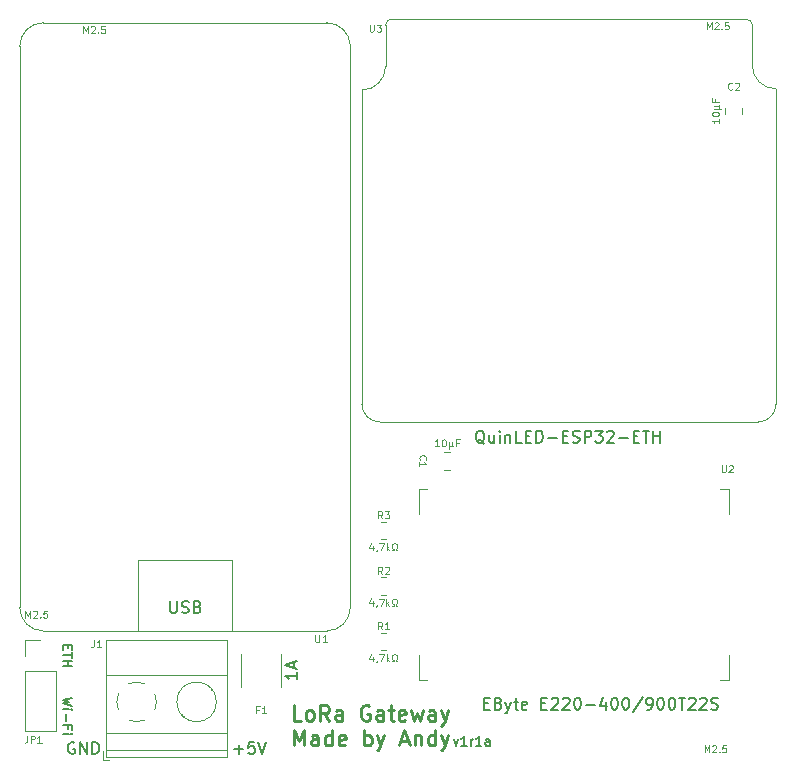
<source format=gto>
G04 #@! TF.GenerationSoftware,KiCad,Pcbnew,(6.0.2)*
G04 #@! TF.CreationDate,2022-09-28T01:41:44+02:00*
G04 #@! TF.ProjectId,LoRa-Gateway-E220,4c6f5261-2d47-4617-9465-7761792d4532,v1r1a*
G04 #@! TF.SameCoordinates,Original*
G04 #@! TF.FileFunction,Legend,Top*
G04 #@! TF.FilePolarity,Positive*
%FSLAX46Y46*%
G04 Gerber Fmt 4.6, Leading zero omitted, Abs format (unit mm)*
G04 Created by KiCad (PCBNEW (6.0.2)) date 2022-09-28 01:41:44*
%MOMM*%
%LPD*%
G01*
G04 APERTURE LIST*
%ADD10C,0.250000*%
%ADD11C,0.150000*%
%ADD12C,0.120000*%
%ADD13C,0.130000*%
%ADD14C,0.200000*%
G04 APERTURE END LIST*
D10*
X121250000Y-95791595D02*
X120630952Y-95791595D01*
X120630952Y-94491595D01*
X121869047Y-95791595D02*
X121745238Y-95729690D01*
X121683333Y-95667785D01*
X121621428Y-95543976D01*
X121621428Y-95172547D01*
X121683333Y-95048738D01*
X121745238Y-94986833D01*
X121869047Y-94924928D01*
X122054761Y-94924928D01*
X122178571Y-94986833D01*
X122240476Y-95048738D01*
X122302380Y-95172547D01*
X122302380Y-95543976D01*
X122240476Y-95667785D01*
X122178571Y-95729690D01*
X122054761Y-95791595D01*
X121869047Y-95791595D01*
X123602380Y-95791595D02*
X123169047Y-95172547D01*
X122859523Y-95791595D02*
X122859523Y-94491595D01*
X123354761Y-94491595D01*
X123478571Y-94553500D01*
X123540476Y-94615404D01*
X123602380Y-94739214D01*
X123602380Y-94924928D01*
X123540476Y-95048738D01*
X123478571Y-95110642D01*
X123354761Y-95172547D01*
X122859523Y-95172547D01*
X124716666Y-95791595D02*
X124716666Y-95110642D01*
X124654761Y-94986833D01*
X124530952Y-94924928D01*
X124283333Y-94924928D01*
X124159523Y-94986833D01*
X124716666Y-95729690D02*
X124592857Y-95791595D01*
X124283333Y-95791595D01*
X124159523Y-95729690D01*
X124097619Y-95605880D01*
X124097619Y-95482071D01*
X124159523Y-95358261D01*
X124283333Y-95296357D01*
X124592857Y-95296357D01*
X124716666Y-95234452D01*
X127007142Y-94553500D02*
X126883333Y-94491595D01*
X126697619Y-94491595D01*
X126511904Y-94553500D01*
X126388095Y-94677309D01*
X126326190Y-94801119D01*
X126264285Y-95048738D01*
X126264285Y-95234452D01*
X126326190Y-95482071D01*
X126388095Y-95605880D01*
X126511904Y-95729690D01*
X126697619Y-95791595D01*
X126821428Y-95791595D01*
X127007142Y-95729690D01*
X127069047Y-95667785D01*
X127069047Y-95234452D01*
X126821428Y-95234452D01*
X128183333Y-95791595D02*
X128183333Y-95110642D01*
X128121428Y-94986833D01*
X127997619Y-94924928D01*
X127750000Y-94924928D01*
X127626190Y-94986833D01*
X128183333Y-95729690D02*
X128059523Y-95791595D01*
X127750000Y-95791595D01*
X127626190Y-95729690D01*
X127564285Y-95605880D01*
X127564285Y-95482071D01*
X127626190Y-95358261D01*
X127750000Y-95296357D01*
X128059523Y-95296357D01*
X128183333Y-95234452D01*
X128616666Y-94924928D02*
X129111904Y-94924928D01*
X128802380Y-94491595D02*
X128802380Y-95605880D01*
X128864285Y-95729690D01*
X128988095Y-95791595D01*
X129111904Y-95791595D01*
X130040476Y-95729690D02*
X129916666Y-95791595D01*
X129669047Y-95791595D01*
X129545238Y-95729690D01*
X129483333Y-95605880D01*
X129483333Y-95110642D01*
X129545238Y-94986833D01*
X129669047Y-94924928D01*
X129916666Y-94924928D01*
X130040476Y-94986833D01*
X130102380Y-95110642D01*
X130102380Y-95234452D01*
X129483333Y-95358261D01*
X130535714Y-94924928D02*
X130783333Y-95791595D01*
X131030952Y-95172547D01*
X131278571Y-95791595D01*
X131526190Y-94924928D01*
X132578571Y-95791595D02*
X132578571Y-95110642D01*
X132516666Y-94986833D01*
X132392857Y-94924928D01*
X132145238Y-94924928D01*
X132021428Y-94986833D01*
X132578571Y-95729690D02*
X132454761Y-95791595D01*
X132145238Y-95791595D01*
X132021428Y-95729690D01*
X131959523Y-95605880D01*
X131959523Y-95482071D01*
X132021428Y-95358261D01*
X132145238Y-95296357D01*
X132454761Y-95296357D01*
X132578571Y-95234452D01*
X133073809Y-94924928D02*
X133383333Y-95791595D01*
X133692857Y-94924928D02*
X133383333Y-95791595D01*
X133259523Y-96101119D01*
X133197619Y-96163023D01*
X133073809Y-96224928D01*
X120630952Y-97884595D02*
X120630952Y-96584595D01*
X121064285Y-97513166D01*
X121497619Y-96584595D01*
X121497619Y-97884595D01*
X122673809Y-97884595D02*
X122673809Y-97203642D01*
X122611904Y-97079833D01*
X122488095Y-97017928D01*
X122240476Y-97017928D01*
X122116666Y-97079833D01*
X122673809Y-97822690D02*
X122550000Y-97884595D01*
X122240476Y-97884595D01*
X122116666Y-97822690D01*
X122054761Y-97698880D01*
X122054761Y-97575071D01*
X122116666Y-97451261D01*
X122240476Y-97389357D01*
X122550000Y-97389357D01*
X122673809Y-97327452D01*
X123850000Y-97884595D02*
X123850000Y-96584595D01*
X123850000Y-97822690D02*
X123726190Y-97884595D01*
X123478571Y-97884595D01*
X123354761Y-97822690D01*
X123292857Y-97760785D01*
X123230952Y-97636976D01*
X123230952Y-97265547D01*
X123292857Y-97141738D01*
X123354761Y-97079833D01*
X123478571Y-97017928D01*
X123726190Y-97017928D01*
X123850000Y-97079833D01*
X124964285Y-97822690D02*
X124840476Y-97884595D01*
X124592857Y-97884595D01*
X124469047Y-97822690D01*
X124407142Y-97698880D01*
X124407142Y-97203642D01*
X124469047Y-97079833D01*
X124592857Y-97017928D01*
X124840476Y-97017928D01*
X124964285Y-97079833D01*
X125026190Y-97203642D01*
X125026190Y-97327452D01*
X124407142Y-97451261D01*
X126573809Y-97884595D02*
X126573809Y-96584595D01*
X126573809Y-97079833D02*
X126697619Y-97017928D01*
X126945238Y-97017928D01*
X127069047Y-97079833D01*
X127130952Y-97141738D01*
X127192857Y-97265547D01*
X127192857Y-97636976D01*
X127130952Y-97760785D01*
X127069047Y-97822690D01*
X126945238Y-97884595D01*
X126697619Y-97884595D01*
X126573809Y-97822690D01*
X127626190Y-97017928D02*
X127935714Y-97884595D01*
X128245238Y-97017928D02*
X127935714Y-97884595D01*
X127811904Y-98194119D01*
X127750000Y-98256023D01*
X127626190Y-98317928D01*
X129669047Y-97513166D02*
X130288095Y-97513166D01*
X129545238Y-97884595D02*
X129978571Y-96584595D01*
X130411904Y-97884595D01*
X130845238Y-97017928D02*
X130845238Y-97884595D01*
X130845238Y-97141738D02*
X130907142Y-97079833D01*
X131030952Y-97017928D01*
X131216666Y-97017928D01*
X131340476Y-97079833D01*
X131402380Y-97203642D01*
X131402380Y-97884595D01*
X132578571Y-97884595D02*
X132578571Y-96584595D01*
X132578571Y-97822690D02*
X132454761Y-97884595D01*
X132207142Y-97884595D01*
X132083333Y-97822690D01*
X132021428Y-97760785D01*
X131959523Y-97636976D01*
X131959523Y-97265547D01*
X132021428Y-97141738D01*
X132083333Y-97079833D01*
X132207142Y-97017928D01*
X132454761Y-97017928D01*
X132578571Y-97079833D01*
X133073809Y-97017928D02*
X133383333Y-97884595D01*
X133692857Y-97017928D02*
X133383333Y-97884595D01*
X133259523Y-98194119D01*
X133197619Y-98256023D01*
X133073809Y-98317928D01*
D11*
X134138095Y-97378571D02*
X134328571Y-97911904D01*
X134519047Y-97378571D01*
X135242857Y-97911904D02*
X134785714Y-97911904D01*
X135014285Y-97911904D02*
X135014285Y-97111904D01*
X134938095Y-97226190D01*
X134861904Y-97302380D01*
X134785714Y-97340476D01*
X135585714Y-97911904D02*
X135585714Y-97378571D01*
X135585714Y-97530952D02*
X135623809Y-97454761D01*
X135661904Y-97416666D01*
X135738095Y-97378571D01*
X135814285Y-97378571D01*
X136500000Y-97911904D02*
X136042857Y-97911904D01*
X136271428Y-97911904D02*
X136271428Y-97111904D01*
X136195238Y-97226190D01*
X136119047Y-97302380D01*
X136042857Y-97340476D01*
X137185714Y-97911904D02*
X137185714Y-97492857D01*
X137147619Y-97416666D01*
X137071428Y-97378571D01*
X136919047Y-97378571D01*
X136842857Y-97416666D01*
X137185714Y-97873809D02*
X137109523Y-97911904D01*
X136919047Y-97911904D01*
X136842857Y-97873809D01*
X136804761Y-97797619D01*
X136804761Y-97721428D01*
X136842857Y-97645238D01*
X136919047Y-97607142D01*
X137109523Y-97607142D01*
X137185714Y-97569047D01*
D12*
X98050000Y-97071428D02*
X98050000Y-97500000D01*
X98021428Y-97585714D01*
X97964285Y-97642857D01*
X97878571Y-97671428D01*
X97821428Y-97671428D01*
X98335714Y-97671428D02*
X98335714Y-97071428D01*
X98564285Y-97071428D01*
X98621428Y-97100000D01*
X98650000Y-97128571D01*
X98678571Y-97185714D01*
X98678571Y-97271428D01*
X98650000Y-97328571D01*
X98621428Y-97357142D01*
X98564285Y-97385714D01*
X98335714Y-97385714D01*
X99250000Y-97671428D02*
X98907142Y-97671428D01*
X99078571Y-97671428D02*
X99078571Y-97071428D01*
X99021428Y-97157142D01*
X98964285Y-97214285D01*
X98907142Y-97242857D01*
D13*
X101838095Y-93838095D02*
X101038095Y-94028571D01*
X101609523Y-94180952D01*
X101038095Y-94333333D01*
X101838095Y-94523809D01*
X101038095Y-94828571D02*
X101571428Y-94828571D01*
X101838095Y-94828571D02*
X101800000Y-94790476D01*
X101761904Y-94828571D01*
X101800000Y-94866666D01*
X101838095Y-94828571D01*
X101761904Y-94828571D01*
X101342857Y-95209523D02*
X101342857Y-95819047D01*
X101457142Y-96466666D02*
X101457142Y-96200000D01*
X101038095Y-96200000D02*
X101838095Y-96200000D01*
X101838095Y-96580952D01*
X101038095Y-96885714D02*
X101571428Y-96885714D01*
X101838095Y-96885714D02*
X101800000Y-96847619D01*
X101761904Y-96885714D01*
X101800000Y-96923809D01*
X101838095Y-96885714D01*
X101761904Y-96885714D01*
X101457142Y-89404761D02*
X101457142Y-89671428D01*
X101038095Y-89785714D02*
X101038095Y-89404761D01*
X101838095Y-89404761D01*
X101838095Y-89785714D01*
X101838095Y-90014285D02*
X101838095Y-90471428D01*
X101038095Y-90242857D02*
X101838095Y-90242857D01*
X101038095Y-90738095D02*
X101838095Y-90738095D01*
X101457142Y-90738095D02*
X101457142Y-91195238D01*
X101038095Y-91195238D02*
X101838095Y-91195238D01*
D12*
X157750000Y-42314285D02*
X157721428Y-42342857D01*
X157635714Y-42371428D01*
X157578571Y-42371428D01*
X157492857Y-42342857D01*
X157435714Y-42285714D01*
X157407142Y-42228571D01*
X157378571Y-42114285D01*
X157378571Y-42028571D01*
X157407142Y-41914285D01*
X157435714Y-41857142D01*
X157492857Y-41800000D01*
X157578571Y-41771428D01*
X157635714Y-41771428D01*
X157721428Y-41800000D01*
X157750000Y-41828571D01*
X157978571Y-41828571D02*
X158007142Y-41800000D01*
X158064285Y-41771428D01*
X158207142Y-41771428D01*
X158264285Y-41800000D01*
X158292857Y-41828571D01*
X158321428Y-41885714D01*
X158321428Y-41942857D01*
X158292857Y-42028571D01*
X157950000Y-42371428D01*
X158321428Y-42371428D01*
X156621428Y-44835714D02*
X156621428Y-45178571D01*
X156621428Y-45007142D02*
X156021428Y-45007142D01*
X156107142Y-45064285D01*
X156164285Y-45121428D01*
X156192857Y-45178571D01*
X156021428Y-44464285D02*
X156021428Y-44407142D01*
X156050000Y-44350000D01*
X156078571Y-44321428D01*
X156135714Y-44292857D01*
X156250000Y-44264285D01*
X156392857Y-44264285D01*
X156507142Y-44292857D01*
X156564285Y-44321428D01*
X156592857Y-44350000D01*
X156621428Y-44407142D01*
X156621428Y-44464285D01*
X156592857Y-44521428D01*
X156564285Y-44550000D01*
X156507142Y-44578571D01*
X156392857Y-44607142D01*
X156250000Y-44607142D01*
X156135714Y-44578571D01*
X156078571Y-44550000D01*
X156050000Y-44521428D01*
X156021428Y-44464285D01*
X156221428Y-44007142D02*
X156821428Y-44007142D01*
X156535714Y-43721428D02*
X156592857Y-43692857D01*
X156621428Y-43635714D01*
X156535714Y-44007142D02*
X156592857Y-43978571D01*
X156621428Y-43921428D01*
X156621428Y-43807142D01*
X156592857Y-43750000D01*
X156535714Y-43721428D01*
X156221428Y-43721428D01*
X156307142Y-43178571D02*
X156307142Y-43378571D01*
X156621428Y-43378571D02*
X156021428Y-43378571D01*
X156021428Y-43092857D01*
X155385714Y-98471428D02*
X155385714Y-97871428D01*
X155585714Y-98300000D01*
X155785714Y-97871428D01*
X155785714Y-98471428D01*
X156042857Y-97928571D02*
X156071428Y-97900000D01*
X156128571Y-97871428D01*
X156271428Y-97871428D01*
X156328571Y-97900000D01*
X156357142Y-97928571D01*
X156385714Y-97985714D01*
X156385714Y-98042857D01*
X156357142Y-98128571D01*
X156014285Y-98471428D01*
X156385714Y-98471428D01*
X156642857Y-98414285D02*
X156671428Y-98442857D01*
X156642857Y-98471428D01*
X156614285Y-98442857D01*
X156642857Y-98414285D01*
X156642857Y-98471428D01*
X157214285Y-97871428D02*
X156928571Y-97871428D01*
X156900000Y-98157142D01*
X156928571Y-98128571D01*
X156985714Y-98100000D01*
X157128571Y-98100000D01*
X157185714Y-98128571D01*
X157214285Y-98157142D01*
X157242857Y-98214285D01*
X157242857Y-98357142D01*
X157214285Y-98414285D01*
X157185714Y-98442857D01*
X157128571Y-98471428D01*
X156985714Y-98471428D01*
X156928571Y-98442857D01*
X156900000Y-98414285D01*
X128100000Y-83371428D02*
X127900000Y-83085714D01*
X127757142Y-83371428D02*
X127757142Y-82771428D01*
X127985714Y-82771428D01*
X128042857Y-82800000D01*
X128071428Y-82828571D01*
X128100000Y-82885714D01*
X128100000Y-82971428D01*
X128071428Y-83028571D01*
X128042857Y-83057142D01*
X127985714Y-83085714D01*
X127757142Y-83085714D01*
X128328571Y-82828571D02*
X128357142Y-82800000D01*
X128414285Y-82771428D01*
X128557142Y-82771428D01*
X128614285Y-82800000D01*
X128642857Y-82828571D01*
X128671428Y-82885714D01*
X128671428Y-82942857D01*
X128642857Y-83028571D01*
X128300000Y-83371428D01*
X128671428Y-83371428D01*
X127287500Y-85671428D02*
X127287500Y-86071428D01*
X127144642Y-85442857D02*
X127001785Y-85871428D01*
X127373214Y-85871428D01*
X127630357Y-86042857D02*
X127630357Y-86071428D01*
X127601785Y-86128571D01*
X127573214Y-86157142D01*
X127830357Y-85471428D02*
X128230357Y-85471428D01*
X127973214Y-86071428D01*
X128458928Y-86071428D02*
X128458928Y-85471428D01*
X128516071Y-85842857D02*
X128687500Y-86071428D01*
X128687500Y-85671428D02*
X128458928Y-85900000D01*
X128916071Y-86071428D02*
X129058928Y-86071428D01*
X129058928Y-85957142D01*
X129001785Y-85928571D01*
X128944642Y-85871428D01*
X128916071Y-85785714D01*
X128916071Y-85642857D01*
X128944642Y-85557142D01*
X129001785Y-85500000D01*
X129087500Y-85471428D01*
X129201785Y-85471428D01*
X129287500Y-85500000D01*
X129344642Y-85557142D01*
X129373214Y-85642857D01*
X129373214Y-85785714D01*
X129344642Y-85871428D01*
X129287500Y-85928571D01*
X129230357Y-85957142D01*
X129230357Y-86071428D01*
X129373214Y-86071428D01*
X127042857Y-36871428D02*
X127042857Y-37357142D01*
X127071428Y-37414285D01*
X127100000Y-37442857D01*
X127157142Y-37471428D01*
X127271428Y-37471428D01*
X127328571Y-37442857D01*
X127357142Y-37414285D01*
X127385714Y-37357142D01*
X127385714Y-36871428D01*
X127614285Y-36871428D02*
X127985714Y-36871428D01*
X127785714Y-37100000D01*
X127871428Y-37100000D01*
X127928571Y-37128571D01*
X127957142Y-37157142D01*
X127985714Y-37214285D01*
X127985714Y-37357142D01*
X127957142Y-37414285D01*
X127928571Y-37442857D01*
X127871428Y-37471428D01*
X127700000Y-37471428D01*
X127642857Y-37442857D01*
X127614285Y-37414285D01*
D14*
X136754761Y-72347619D02*
X136659523Y-72300000D01*
X136564285Y-72204761D01*
X136421428Y-72061904D01*
X136326190Y-72014285D01*
X136230952Y-72014285D01*
X136278571Y-72252380D02*
X136183333Y-72204761D01*
X136088095Y-72109523D01*
X136040476Y-71919047D01*
X136040476Y-71585714D01*
X136088095Y-71395238D01*
X136183333Y-71300000D01*
X136278571Y-71252380D01*
X136469047Y-71252380D01*
X136564285Y-71300000D01*
X136659523Y-71395238D01*
X136707142Y-71585714D01*
X136707142Y-71919047D01*
X136659523Y-72109523D01*
X136564285Y-72204761D01*
X136469047Y-72252380D01*
X136278571Y-72252380D01*
X137564285Y-71585714D02*
X137564285Y-72252380D01*
X137135714Y-71585714D02*
X137135714Y-72109523D01*
X137183333Y-72204761D01*
X137278571Y-72252380D01*
X137421428Y-72252380D01*
X137516666Y-72204761D01*
X137564285Y-72157142D01*
X138040476Y-72252380D02*
X138040476Y-71585714D01*
X138040476Y-71252380D02*
X137992857Y-71300000D01*
X138040476Y-71347619D01*
X138088095Y-71300000D01*
X138040476Y-71252380D01*
X138040476Y-71347619D01*
X138516666Y-71585714D02*
X138516666Y-72252380D01*
X138516666Y-71680952D02*
X138564285Y-71633333D01*
X138659523Y-71585714D01*
X138802380Y-71585714D01*
X138897619Y-71633333D01*
X138945238Y-71728571D01*
X138945238Y-72252380D01*
X139897619Y-72252380D02*
X139421428Y-72252380D01*
X139421428Y-71252380D01*
X140230952Y-71728571D02*
X140564285Y-71728571D01*
X140707142Y-72252380D02*
X140230952Y-72252380D01*
X140230952Y-71252380D01*
X140707142Y-71252380D01*
X141135714Y-72252380D02*
X141135714Y-71252380D01*
X141373809Y-71252380D01*
X141516666Y-71300000D01*
X141611904Y-71395238D01*
X141659523Y-71490476D01*
X141707142Y-71680952D01*
X141707142Y-71823809D01*
X141659523Y-72014285D01*
X141611904Y-72109523D01*
X141516666Y-72204761D01*
X141373809Y-72252380D01*
X141135714Y-72252380D01*
X142135714Y-71871428D02*
X142897619Y-71871428D01*
X143373809Y-71728571D02*
X143707142Y-71728571D01*
X143850000Y-72252380D02*
X143373809Y-72252380D01*
X143373809Y-71252380D01*
X143850000Y-71252380D01*
X144230952Y-72204761D02*
X144373809Y-72252380D01*
X144611904Y-72252380D01*
X144707142Y-72204761D01*
X144754761Y-72157142D01*
X144802380Y-72061904D01*
X144802380Y-71966666D01*
X144754761Y-71871428D01*
X144707142Y-71823809D01*
X144611904Y-71776190D01*
X144421428Y-71728571D01*
X144326190Y-71680952D01*
X144278571Y-71633333D01*
X144230952Y-71538095D01*
X144230952Y-71442857D01*
X144278571Y-71347619D01*
X144326190Y-71300000D01*
X144421428Y-71252380D01*
X144659523Y-71252380D01*
X144802380Y-71300000D01*
X145230952Y-72252380D02*
X145230952Y-71252380D01*
X145611904Y-71252380D01*
X145707142Y-71300000D01*
X145754761Y-71347619D01*
X145802380Y-71442857D01*
X145802380Y-71585714D01*
X145754761Y-71680952D01*
X145707142Y-71728571D01*
X145611904Y-71776190D01*
X145230952Y-71776190D01*
X146135714Y-71252380D02*
X146754761Y-71252380D01*
X146421428Y-71633333D01*
X146564285Y-71633333D01*
X146659523Y-71680952D01*
X146707142Y-71728571D01*
X146754761Y-71823809D01*
X146754761Y-72061904D01*
X146707142Y-72157142D01*
X146659523Y-72204761D01*
X146564285Y-72252380D01*
X146278571Y-72252380D01*
X146183333Y-72204761D01*
X146135714Y-72157142D01*
X147135714Y-71347619D02*
X147183333Y-71300000D01*
X147278571Y-71252380D01*
X147516666Y-71252380D01*
X147611904Y-71300000D01*
X147659523Y-71347619D01*
X147707142Y-71442857D01*
X147707142Y-71538095D01*
X147659523Y-71680952D01*
X147088095Y-72252380D01*
X147707142Y-72252380D01*
X148135714Y-71871428D02*
X148897619Y-71871428D01*
X149373809Y-71728571D02*
X149707142Y-71728571D01*
X149850000Y-72252380D02*
X149373809Y-72252380D01*
X149373809Y-71252380D01*
X149850000Y-71252380D01*
X150135714Y-71252380D02*
X150707142Y-71252380D01*
X150421428Y-72252380D02*
X150421428Y-71252380D01*
X151040476Y-72252380D02*
X151040476Y-71252380D01*
X151040476Y-71728571D02*
X151611904Y-71728571D01*
X151611904Y-72252380D02*
X151611904Y-71252380D01*
D12*
X102785714Y-37571428D02*
X102785714Y-36971428D01*
X102985714Y-37400000D01*
X103185714Y-36971428D01*
X103185714Y-37571428D01*
X103442857Y-37028571D02*
X103471428Y-37000000D01*
X103528571Y-36971428D01*
X103671428Y-36971428D01*
X103728571Y-37000000D01*
X103757142Y-37028571D01*
X103785714Y-37085714D01*
X103785714Y-37142857D01*
X103757142Y-37228571D01*
X103414285Y-37571428D01*
X103785714Y-37571428D01*
X104042857Y-37514285D02*
X104071428Y-37542857D01*
X104042857Y-37571428D01*
X104014285Y-37542857D01*
X104042857Y-37514285D01*
X104042857Y-37571428D01*
X104614285Y-36971428D02*
X104328571Y-36971428D01*
X104300000Y-37257142D01*
X104328571Y-37228571D01*
X104385714Y-37200000D01*
X104528571Y-37200000D01*
X104585714Y-37228571D01*
X104614285Y-37257142D01*
X104642857Y-37314285D01*
X104642857Y-37457142D01*
X104614285Y-37514285D01*
X104585714Y-37542857D01*
X104528571Y-37571428D01*
X104385714Y-37571428D01*
X104328571Y-37542857D01*
X104300000Y-37514285D01*
X156842857Y-74171428D02*
X156842857Y-74657142D01*
X156871428Y-74714285D01*
X156900000Y-74742857D01*
X156957142Y-74771428D01*
X157071428Y-74771428D01*
X157128571Y-74742857D01*
X157157142Y-74714285D01*
X157185714Y-74657142D01*
X157185714Y-74171428D01*
X157442857Y-74228571D02*
X157471428Y-74200000D01*
X157528571Y-74171428D01*
X157671428Y-74171428D01*
X157728571Y-74200000D01*
X157757142Y-74228571D01*
X157785714Y-74285714D01*
X157785714Y-74342857D01*
X157757142Y-74428571D01*
X157414285Y-74771428D01*
X157785714Y-74771428D01*
D14*
X136719047Y-94328571D02*
X137052380Y-94328571D01*
X137195238Y-94852380D02*
X136719047Y-94852380D01*
X136719047Y-93852380D01*
X137195238Y-93852380D01*
X137957142Y-94328571D02*
X138100000Y-94376190D01*
X138147619Y-94423809D01*
X138195238Y-94519047D01*
X138195238Y-94661904D01*
X138147619Y-94757142D01*
X138100000Y-94804761D01*
X138004761Y-94852380D01*
X137623809Y-94852380D01*
X137623809Y-93852380D01*
X137957142Y-93852380D01*
X138052380Y-93900000D01*
X138100000Y-93947619D01*
X138147619Y-94042857D01*
X138147619Y-94138095D01*
X138100000Y-94233333D01*
X138052380Y-94280952D01*
X137957142Y-94328571D01*
X137623809Y-94328571D01*
X138528571Y-94185714D02*
X138766666Y-94852380D01*
X139004761Y-94185714D02*
X138766666Y-94852380D01*
X138671428Y-95090476D01*
X138623809Y-95138095D01*
X138528571Y-95185714D01*
X139242857Y-94185714D02*
X139623809Y-94185714D01*
X139385714Y-93852380D02*
X139385714Y-94709523D01*
X139433333Y-94804761D01*
X139528571Y-94852380D01*
X139623809Y-94852380D01*
X140338095Y-94804761D02*
X140242857Y-94852380D01*
X140052380Y-94852380D01*
X139957142Y-94804761D01*
X139909523Y-94709523D01*
X139909523Y-94328571D01*
X139957142Y-94233333D01*
X140052380Y-94185714D01*
X140242857Y-94185714D01*
X140338095Y-94233333D01*
X140385714Y-94328571D01*
X140385714Y-94423809D01*
X139909523Y-94519047D01*
X141576190Y-94328571D02*
X141909523Y-94328571D01*
X142052380Y-94852380D02*
X141576190Y-94852380D01*
X141576190Y-93852380D01*
X142052380Y-93852380D01*
X142433333Y-93947619D02*
X142480952Y-93900000D01*
X142576190Y-93852380D01*
X142814285Y-93852380D01*
X142909523Y-93900000D01*
X142957142Y-93947619D01*
X143004761Y-94042857D01*
X143004761Y-94138095D01*
X142957142Y-94280952D01*
X142385714Y-94852380D01*
X143004761Y-94852380D01*
X143385714Y-93947619D02*
X143433333Y-93900000D01*
X143528571Y-93852380D01*
X143766666Y-93852380D01*
X143861904Y-93900000D01*
X143909523Y-93947619D01*
X143957142Y-94042857D01*
X143957142Y-94138095D01*
X143909523Y-94280952D01*
X143338095Y-94852380D01*
X143957142Y-94852380D01*
X144576190Y-93852380D02*
X144671428Y-93852380D01*
X144766666Y-93900000D01*
X144814285Y-93947619D01*
X144861904Y-94042857D01*
X144909523Y-94233333D01*
X144909523Y-94471428D01*
X144861904Y-94661904D01*
X144814285Y-94757142D01*
X144766666Y-94804761D01*
X144671428Y-94852380D01*
X144576190Y-94852380D01*
X144480952Y-94804761D01*
X144433333Y-94757142D01*
X144385714Y-94661904D01*
X144338095Y-94471428D01*
X144338095Y-94233333D01*
X144385714Y-94042857D01*
X144433333Y-93947619D01*
X144480952Y-93900000D01*
X144576190Y-93852380D01*
X145338095Y-94471428D02*
X146100000Y-94471428D01*
X147004761Y-94185714D02*
X147004761Y-94852380D01*
X146766666Y-93804761D02*
X146528571Y-94519047D01*
X147147619Y-94519047D01*
X147719047Y-93852380D02*
X147814285Y-93852380D01*
X147909523Y-93900000D01*
X147957142Y-93947619D01*
X148004761Y-94042857D01*
X148052380Y-94233333D01*
X148052380Y-94471428D01*
X148004761Y-94661904D01*
X147957142Y-94757142D01*
X147909523Y-94804761D01*
X147814285Y-94852380D01*
X147719047Y-94852380D01*
X147623809Y-94804761D01*
X147576190Y-94757142D01*
X147528571Y-94661904D01*
X147480952Y-94471428D01*
X147480952Y-94233333D01*
X147528571Y-94042857D01*
X147576190Y-93947619D01*
X147623809Y-93900000D01*
X147719047Y-93852380D01*
X148671428Y-93852380D02*
X148766666Y-93852380D01*
X148861904Y-93900000D01*
X148909523Y-93947619D01*
X148957142Y-94042857D01*
X149004761Y-94233333D01*
X149004761Y-94471428D01*
X148957142Y-94661904D01*
X148909523Y-94757142D01*
X148861904Y-94804761D01*
X148766666Y-94852380D01*
X148671428Y-94852380D01*
X148576190Y-94804761D01*
X148528571Y-94757142D01*
X148480952Y-94661904D01*
X148433333Y-94471428D01*
X148433333Y-94233333D01*
X148480952Y-94042857D01*
X148528571Y-93947619D01*
X148576190Y-93900000D01*
X148671428Y-93852380D01*
X150147619Y-93804761D02*
X149290476Y-95090476D01*
X150528571Y-94852380D02*
X150719047Y-94852380D01*
X150814285Y-94804761D01*
X150861904Y-94757142D01*
X150957142Y-94614285D01*
X151004761Y-94423809D01*
X151004761Y-94042857D01*
X150957142Y-93947619D01*
X150909523Y-93900000D01*
X150814285Y-93852380D01*
X150623809Y-93852380D01*
X150528571Y-93900000D01*
X150480952Y-93947619D01*
X150433333Y-94042857D01*
X150433333Y-94280952D01*
X150480952Y-94376190D01*
X150528571Y-94423809D01*
X150623809Y-94471428D01*
X150814285Y-94471428D01*
X150909523Y-94423809D01*
X150957142Y-94376190D01*
X151004761Y-94280952D01*
X151623809Y-93852380D02*
X151719047Y-93852380D01*
X151814285Y-93900000D01*
X151861904Y-93947619D01*
X151909523Y-94042857D01*
X151957142Y-94233333D01*
X151957142Y-94471428D01*
X151909523Y-94661904D01*
X151861904Y-94757142D01*
X151814285Y-94804761D01*
X151719047Y-94852380D01*
X151623809Y-94852380D01*
X151528571Y-94804761D01*
X151480952Y-94757142D01*
X151433333Y-94661904D01*
X151385714Y-94471428D01*
X151385714Y-94233333D01*
X151433333Y-94042857D01*
X151480952Y-93947619D01*
X151528571Y-93900000D01*
X151623809Y-93852380D01*
X152576190Y-93852380D02*
X152671428Y-93852380D01*
X152766666Y-93900000D01*
X152814285Y-93947619D01*
X152861904Y-94042857D01*
X152909523Y-94233333D01*
X152909523Y-94471428D01*
X152861904Y-94661904D01*
X152814285Y-94757142D01*
X152766666Y-94804761D01*
X152671428Y-94852380D01*
X152576190Y-94852380D01*
X152480952Y-94804761D01*
X152433333Y-94757142D01*
X152385714Y-94661904D01*
X152338095Y-94471428D01*
X152338095Y-94233333D01*
X152385714Y-94042857D01*
X152433333Y-93947619D01*
X152480952Y-93900000D01*
X152576190Y-93852380D01*
X153195238Y-93852380D02*
X153766666Y-93852380D01*
X153480952Y-94852380D02*
X153480952Y-93852380D01*
X154052380Y-93947619D02*
X154100000Y-93900000D01*
X154195238Y-93852380D01*
X154433333Y-93852380D01*
X154528571Y-93900000D01*
X154576190Y-93947619D01*
X154623809Y-94042857D01*
X154623809Y-94138095D01*
X154576190Y-94280952D01*
X154004761Y-94852380D01*
X154623809Y-94852380D01*
X155004761Y-93947619D02*
X155052380Y-93900000D01*
X155147619Y-93852380D01*
X155385714Y-93852380D01*
X155480952Y-93900000D01*
X155528571Y-93947619D01*
X155576190Y-94042857D01*
X155576190Y-94138095D01*
X155528571Y-94280952D01*
X154957142Y-94852380D01*
X155576190Y-94852380D01*
X155957142Y-94804761D02*
X156100000Y-94852380D01*
X156338095Y-94852380D01*
X156433333Y-94804761D01*
X156480952Y-94757142D01*
X156528571Y-94661904D01*
X156528571Y-94566666D01*
X156480952Y-94471428D01*
X156433333Y-94423809D01*
X156338095Y-94376190D01*
X156147619Y-94328571D01*
X156052380Y-94280952D01*
X156004761Y-94233333D01*
X155957142Y-94138095D01*
X155957142Y-94042857D01*
X156004761Y-93947619D01*
X156052380Y-93900000D01*
X156147619Y-93852380D01*
X156385714Y-93852380D01*
X156528571Y-93900000D01*
D12*
X128100000Y-78671428D02*
X127900000Y-78385714D01*
X127757142Y-78671428D02*
X127757142Y-78071428D01*
X127985714Y-78071428D01*
X128042857Y-78100000D01*
X128071428Y-78128571D01*
X128100000Y-78185714D01*
X128100000Y-78271428D01*
X128071428Y-78328571D01*
X128042857Y-78357142D01*
X127985714Y-78385714D01*
X127757142Y-78385714D01*
X128300000Y-78071428D02*
X128671428Y-78071428D01*
X128471428Y-78300000D01*
X128557142Y-78300000D01*
X128614285Y-78328571D01*
X128642857Y-78357142D01*
X128671428Y-78414285D01*
X128671428Y-78557142D01*
X128642857Y-78614285D01*
X128614285Y-78642857D01*
X128557142Y-78671428D01*
X128385714Y-78671428D01*
X128328571Y-78642857D01*
X128300000Y-78614285D01*
X127300000Y-80971428D02*
X127300000Y-81371428D01*
X127157142Y-80742857D02*
X127014285Y-81171428D01*
X127385714Y-81171428D01*
X127642857Y-81342857D02*
X127642857Y-81371428D01*
X127614285Y-81428571D01*
X127585714Y-81457142D01*
X127842857Y-80771428D02*
X128242857Y-80771428D01*
X127985714Y-81371428D01*
X128471428Y-81371428D02*
X128471428Y-80771428D01*
X128528571Y-81142857D02*
X128700000Y-81371428D01*
X128700000Y-80971428D02*
X128471428Y-81200000D01*
X128928571Y-81371428D02*
X129071428Y-81371428D01*
X129071428Y-81257142D01*
X129014285Y-81228571D01*
X128957142Y-81171428D01*
X128928571Y-81085714D01*
X128928571Y-80942857D01*
X128957142Y-80857142D01*
X129014285Y-80800000D01*
X129100000Y-80771428D01*
X129214285Y-80771428D01*
X129300000Y-80800000D01*
X129357142Y-80857142D01*
X129385714Y-80942857D01*
X129385714Y-81085714D01*
X129357142Y-81171428D01*
X129300000Y-81228571D01*
X129242857Y-81257142D01*
X129242857Y-81371428D01*
X129385714Y-81371428D01*
X117650000Y-94857142D02*
X117450000Y-94857142D01*
X117450000Y-95171428D02*
X117450000Y-94571428D01*
X117735714Y-94571428D01*
X118278571Y-95171428D02*
X117935714Y-95171428D01*
X118107142Y-95171428D02*
X118107142Y-94571428D01*
X118050000Y-94657142D01*
X117992857Y-94714285D01*
X117935714Y-94742857D01*
D11*
X120902380Y-91692857D02*
X120902380Y-92264285D01*
X120902380Y-91978571D02*
X119902380Y-91978571D01*
X120045238Y-92073809D01*
X120140476Y-92169047D01*
X120188095Y-92264285D01*
X120616666Y-91311904D02*
X120616666Y-90835714D01*
X120902380Y-91407142D02*
X119902380Y-91073809D01*
X120902380Y-90740476D01*
D12*
X128100000Y-88071428D02*
X127900000Y-87785714D01*
X127757142Y-88071428D02*
X127757142Y-87471428D01*
X127985714Y-87471428D01*
X128042857Y-87500000D01*
X128071428Y-87528571D01*
X128100000Y-87585714D01*
X128100000Y-87671428D01*
X128071428Y-87728571D01*
X128042857Y-87757142D01*
X127985714Y-87785714D01*
X127757142Y-87785714D01*
X128671428Y-88071428D02*
X128328571Y-88071428D01*
X128500000Y-88071428D02*
X128500000Y-87471428D01*
X128442857Y-87557142D01*
X128385714Y-87614285D01*
X128328571Y-87642857D01*
X127300000Y-90371428D02*
X127300000Y-90771428D01*
X127157142Y-90142857D02*
X127014285Y-90571428D01*
X127385714Y-90571428D01*
X127642857Y-90742857D02*
X127642857Y-90771428D01*
X127614285Y-90828571D01*
X127585714Y-90857142D01*
X127842857Y-90171428D02*
X128242857Y-90171428D01*
X127985714Y-90771428D01*
X128471428Y-90771428D02*
X128471428Y-90171428D01*
X128528571Y-90542857D02*
X128700000Y-90771428D01*
X128700000Y-90371428D02*
X128471428Y-90600000D01*
X128928571Y-90771428D02*
X129071428Y-90771428D01*
X129071428Y-90657142D01*
X129014285Y-90628571D01*
X128957142Y-90571428D01*
X128928571Y-90485714D01*
X128928571Y-90342857D01*
X128957142Y-90257142D01*
X129014285Y-90200000D01*
X129100000Y-90171428D01*
X129214285Y-90171428D01*
X129300000Y-90200000D01*
X129357142Y-90257142D01*
X129385714Y-90342857D01*
X129385714Y-90485714D01*
X129357142Y-90571428D01*
X129300000Y-90628571D01*
X129242857Y-90657142D01*
X129242857Y-90771428D01*
X129385714Y-90771428D01*
X131285714Y-73700000D02*
X131257142Y-73671428D01*
X131228571Y-73585714D01*
X131228571Y-73528571D01*
X131257142Y-73442857D01*
X131314285Y-73385714D01*
X131371428Y-73357142D01*
X131485714Y-73328571D01*
X131571428Y-73328571D01*
X131685714Y-73357142D01*
X131742857Y-73385714D01*
X131800000Y-73442857D01*
X131828571Y-73528571D01*
X131828571Y-73585714D01*
X131800000Y-73671428D01*
X131771428Y-73700000D01*
X131228571Y-74271428D02*
X131228571Y-73928571D01*
X131228571Y-74100000D02*
X131828571Y-74100000D01*
X131742857Y-74042857D01*
X131685714Y-73985714D01*
X131657142Y-73928571D01*
X132914285Y-72571428D02*
X132571428Y-72571428D01*
X132742857Y-72571428D02*
X132742857Y-71971428D01*
X132685714Y-72057142D01*
X132628571Y-72114285D01*
X132571428Y-72142857D01*
X133285714Y-71971428D02*
X133342857Y-71971428D01*
X133400000Y-72000000D01*
X133428571Y-72028571D01*
X133457142Y-72085714D01*
X133485714Y-72200000D01*
X133485714Y-72342857D01*
X133457142Y-72457142D01*
X133428571Y-72514285D01*
X133400000Y-72542857D01*
X133342857Y-72571428D01*
X133285714Y-72571428D01*
X133228571Y-72542857D01*
X133200000Y-72514285D01*
X133171428Y-72457142D01*
X133142857Y-72342857D01*
X133142857Y-72200000D01*
X133171428Y-72085714D01*
X133200000Y-72028571D01*
X133228571Y-72000000D01*
X133285714Y-71971428D01*
X133742857Y-72171428D02*
X133742857Y-72771428D01*
X134028571Y-72485714D02*
X134057142Y-72542857D01*
X134114285Y-72571428D01*
X133742857Y-72485714D02*
X133771428Y-72542857D01*
X133828571Y-72571428D01*
X133942857Y-72571428D01*
X134000000Y-72542857D01*
X134028571Y-72485714D01*
X134028571Y-72171428D01*
X134571428Y-72257142D02*
X134371428Y-72257142D01*
X134371428Y-72571428D02*
X134371428Y-71971428D01*
X134657142Y-71971428D01*
X103700000Y-88971428D02*
X103700000Y-89400000D01*
X103671428Y-89485714D01*
X103614285Y-89542857D01*
X103528571Y-89571428D01*
X103471428Y-89571428D01*
X104300000Y-89571428D02*
X103957142Y-89571428D01*
X104128571Y-89571428D02*
X104128571Y-88971428D01*
X104071428Y-89057142D01*
X104014285Y-89114285D01*
X103957142Y-89142857D01*
D11*
X102038095Y-97650000D02*
X101942857Y-97602380D01*
X101800000Y-97602380D01*
X101657142Y-97650000D01*
X101561904Y-97745238D01*
X101514285Y-97840476D01*
X101466666Y-98030952D01*
X101466666Y-98173809D01*
X101514285Y-98364285D01*
X101561904Y-98459523D01*
X101657142Y-98554761D01*
X101800000Y-98602380D01*
X101895238Y-98602380D01*
X102038095Y-98554761D01*
X102085714Y-98507142D01*
X102085714Y-98173809D01*
X101895238Y-98173809D01*
X102514285Y-98602380D02*
X102514285Y-97602380D01*
X103085714Y-98602380D01*
X103085714Y-97602380D01*
X103561904Y-98602380D02*
X103561904Y-97602380D01*
X103800000Y-97602380D01*
X103942857Y-97650000D01*
X104038095Y-97745238D01*
X104085714Y-97840476D01*
X104133333Y-98030952D01*
X104133333Y-98173809D01*
X104085714Y-98364285D01*
X104038095Y-98459523D01*
X103942857Y-98554761D01*
X103800000Y-98602380D01*
X103561904Y-98602380D01*
X115564285Y-98221428D02*
X116326190Y-98221428D01*
X115945238Y-98602380D02*
X115945238Y-97840476D01*
X117278571Y-97602380D02*
X116802380Y-97602380D01*
X116754761Y-98078571D01*
X116802380Y-98030952D01*
X116897619Y-97983333D01*
X117135714Y-97983333D01*
X117230952Y-98030952D01*
X117278571Y-98078571D01*
X117326190Y-98173809D01*
X117326190Y-98411904D01*
X117278571Y-98507142D01*
X117230952Y-98554761D01*
X117135714Y-98602380D01*
X116897619Y-98602380D01*
X116802380Y-98554761D01*
X116754761Y-98507142D01*
X117611904Y-97602380D02*
X117945238Y-98602380D01*
X118278571Y-97602380D01*
D12*
X155585714Y-37271428D02*
X155585714Y-36671428D01*
X155785714Y-37100000D01*
X155985714Y-36671428D01*
X155985714Y-37271428D01*
X156242857Y-36728571D02*
X156271428Y-36700000D01*
X156328571Y-36671428D01*
X156471428Y-36671428D01*
X156528571Y-36700000D01*
X156557142Y-36728571D01*
X156585714Y-36785714D01*
X156585714Y-36842857D01*
X156557142Y-36928571D01*
X156214285Y-37271428D01*
X156585714Y-37271428D01*
X156842857Y-37214285D02*
X156871428Y-37242857D01*
X156842857Y-37271428D01*
X156814285Y-37242857D01*
X156842857Y-37214285D01*
X156842857Y-37271428D01*
X157414285Y-36671428D02*
X157128571Y-36671428D01*
X157100000Y-36957142D01*
X157128571Y-36928571D01*
X157185714Y-36900000D01*
X157328571Y-36900000D01*
X157385714Y-36928571D01*
X157414285Y-36957142D01*
X157442857Y-37014285D01*
X157442857Y-37157142D01*
X157414285Y-37214285D01*
X157385714Y-37242857D01*
X157328571Y-37271428D01*
X157185714Y-37271428D01*
X157128571Y-37242857D01*
X157100000Y-37214285D01*
X122442857Y-88571428D02*
X122442857Y-89057142D01*
X122471428Y-89114285D01*
X122500000Y-89142857D01*
X122557142Y-89171428D01*
X122671428Y-89171428D01*
X122728571Y-89142857D01*
X122757142Y-89114285D01*
X122785714Y-89057142D01*
X122785714Y-88571428D01*
X123385714Y-89171428D02*
X123042857Y-89171428D01*
X123214285Y-89171428D02*
X123214285Y-88571428D01*
X123157142Y-88657142D01*
X123100000Y-88714285D01*
X123042857Y-88742857D01*
D11*
X110138095Y-85682380D02*
X110138095Y-86491904D01*
X110185714Y-86587142D01*
X110233333Y-86634761D01*
X110328571Y-86682380D01*
X110519047Y-86682380D01*
X110614285Y-86634761D01*
X110661904Y-86587142D01*
X110709523Y-86491904D01*
X110709523Y-85682380D01*
X111138095Y-86634761D02*
X111280952Y-86682380D01*
X111519047Y-86682380D01*
X111614285Y-86634761D01*
X111661904Y-86587142D01*
X111709523Y-86491904D01*
X111709523Y-86396666D01*
X111661904Y-86301428D01*
X111614285Y-86253809D01*
X111519047Y-86206190D01*
X111328571Y-86158571D01*
X111233333Y-86110952D01*
X111185714Y-86063333D01*
X111138095Y-85968095D01*
X111138095Y-85872857D01*
X111185714Y-85777619D01*
X111233333Y-85730000D01*
X111328571Y-85682380D01*
X111566666Y-85682380D01*
X111709523Y-85730000D01*
X112471428Y-86158571D02*
X112614285Y-86206190D01*
X112661904Y-86253809D01*
X112709523Y-86349047D01*
X112709523Y-86491904D01*
X112661904Y-86587142D01*
X112614285Y-86634761D01*
X112519047Y-86682380D01*
X112138095Y-86682380D01*
X112138095Y-85682380D01*
X112471428Y-85682380D01*
X112566666Y-85730000D01*
X112614285Y-85777619D01*
X112661904Y-85872857D01*
X112661904Y-85968095D01*
X112614285Y-86063333D01*
X112566666Y-86110952D01*
X112471428Y-86158571D01*
X112138095Y-86158571D01*
D12*
X97885714Y-87071428D02*
X97885714Y-86471428D01*
X98085714Y-86900000D01*
X98285714Y-86471428D01*
X98285714Y-87071428D01*
X98542857Y-86528571D02*
X98571428Y-86500000D01*
X98628571Y-86471428D01*
X98771428Y-86471428D01*
X98828571Y-86500000D01*
X98857142Y-86528571D01*
X98885714Y-86585714D01*
X98885714Y-86642857D01*
X98857142Y-86728571D01*
X98514285Y-87071428D01*
X98885714Y-87071428D01*
X99142857Y-87014285D02*
X99171428Y-87042857D01*
X99142857Y-87071428D01*
X99114285Y-87042857D01*
X99142857Y-87014285D01*
X99142857Y-87071428D01*
X99714285Y-86471428D02*
X99428571Y-86471428D01*
X99400000Y-86757142D01*
X99428571Y-86728571D01*
X99485714Y-86700000D01*
X99628571Y-86700000D01*
X99685714Y-86728571D01*
X99714285Y-86757142D01*
X99742857Y-86814285D01*
X99742857Y-86957142D01*
X99714285Y-87014285D01*
X99685714Y-87042857D01*
X99628571Y-87071428D01*
X99485714Y-87071428D01*
X99428571Y-87042857D01*
X99400000Y-87014285D01*
X100480000Y-91570000D02*
X100480000Y-96710000D01*
X97820000Y-88970000D02*
X99150000Y-88970000D01*
X97820000Y-91570000D02*
X100480000Y-91570000D01*
X97820000Y-96710000D02*
X100480000Y-96710000D01*
X97820000Y-91570000D02*
X97820000Y-96710000D01*
X97820000Y-90300000D02*
X97820000Y-88970000D01*
X157115000Y-44411252D02*
X157115000Y-43888748D01*
X158585000Y-44411252D02*
X158585000Y-43888748D01*
X127972936Y-85135000D02*
X128427064Y-85135000D01*
X127972936Y-83665000D02*
X128427064Y-83665000D01*
X158930000Y-36405000D02*
X128880000Y-36405000D01*
X159430000Y-40305000D02*
X159430000Y-36905000D01*
X128380000Y-40405000D02*
X128380000Y-36905000D01*
X159930000Y-70505000D02*
X127880000Y-70505000D01*
X161430000Y-69005000D02*
X161430000Y-42305000D01*
X126380000Y-69005000D02*
X126380000Y-42405000D01*
X128880000Y-36405000D02*
G75*
G03*
X128380000Y-36905000I1J-500001D01*
G01*
X159430000Y-40305000D02*
G75*
G03*
X161430000Y-42305000I1999999J-1D01*
G01*
X159930000Y-70505000D02*
G75*
G03*
X161430000Y-69005000I-1J1500001D01*
G01*
X126380000Y-42405000D02*
G75*
G03*
X128380000Y-40405000I1J1999999D01*
G01*
X159430000Y-36905000D02*
G75*
G03*
X158930000Y-36405000I-500001J-1D01*
G01*
X126380000Y-69005000D02*
G75*
G03*
X127880000Y-70505000I1500001J1D01*
G01*
X131220000Y-76167500D02*
X131920000Y-76167500D01*
X157420000Y-92367500D02*
X156720000Y-92367500D01*
X131220000Y-90267500D02*
X131220000Y-92367500D01*
X157420000Y-78267500D02*
X157420000Y-76167500D01*
X131220000Y-92367500D02*
X131920000Y-92367500D01*
X131220000Y-78267500D02*
X131220000Y-76167500D01*
X157420000Y-90267500D02*
X157420000Y-92367500D01*
X157420000Y-76167500D02*
X156720000Y-76167500D01*
X127972936Y-80435000D02*
X128427064Y-80435000D01*
X127972936Y-78965000D02*
X128427064Y-78965000D01*
X116140000Y-90151248D02*
X116140000Y-92923752D01*
X119560000Y-90151248D02*
X119560000Y-92923752D01*
X127972936Y-88365000D02*
X128427064Y-88365000D01*
X127972936Y-89835000D02*
X128427064Y-89835000D01*
X133338748Y-73065000D02*
X133861252Y-73065000D01*
X133338748Y-74535000D02*
X133861252Y-74535000D01*
X104700000Y-88944000D02*
X104700000Y-98865000D01*
X104460000Y-98365000D02*
X104460000Y-99105000D01*
X114980000Y-88944000D02*
X114980000Y-98865000D01*
X104700000Y-91904000D02*
X114980000Y-91904000D01*
X104700000Y-88944000D02*
X114980000Y-88944000D01*
X104460000Y-99105000D02*
X104960000Y-99105000D01*
X111346000Y-95444000D02*
X111311000Y-95479000D01*
X113655000Y-93136000D02*
X113608000Y-93182000D01*
X104700000Y-96805000D02*
X114980000Y-96805000D01*
X111153000Y-95228000D02*
X111106000Y-95274000D01*
X113450000Y-92930000D02*
X113415000Y-92966000D01*
X104700000Y-98865000D02*
X114980000Y-98865000D01*
X104700000Y-98305000D02*
X114980000Y-98305000D01*
X107984000Y-92670000D02*
G75*
G03*
X106616958Y-92669573I-684001J-1534993D01*
G01*
X105765000Y-93521000D02*
G75*
G03*
X105764573Y-94888042I1534993J-684001D01*
G01*
X108835000Y-94889000D02*
G75*
G03*
X108835427Y-93521958I-1534993J684001D01*
G01*
X107300000Y-95885000D02*
G75*
G03*
X107983318Y-95739756I1J1679992D01*
G01*
X106616000Y-95740000D02*
G75*
G03*
X107328805Y-95885253I683999J1535001D01*
G01*
X114060000Y-94205000D02*
G75*
G03*
X114060000Y-94205000I-1680000J0D01*
G01*
X115400000Y-82200000D02*
X115400000Y-88200000D01*
X107400000Y-82200000D02*
X115400000Y-82200000D01*
X99400000Y-36700000D02*
X123400000Y-36700000D01*
X107400000Y-82200000D02*
X107400000Y-88200000D01*
X125400000Y-86200000D02*
X125400000Y-38700000D01*
X99400000Y-88200000D02*
X123400000Y-88200000D01*
X97400000Y-38700000D02*
X97400000Y-86200000D01*
X123400000Y-88200000D02*
G75*
G03*
X125400000Y-86200000I1J1999999D01*
G01*
X99400000Y-36700000D02*
G75*
G03*
X97400000Y-38700000I-1J-1999999D01*
G01*
X97400000Y-86200000D02*
G75*
G03*
X99400000Y-88200000I1999999J-1D01*
G01*
X125400000Y-38700000D02*
G75*
G03*
X123400000Y-36700000I-1999999J1D01*
G01*
M02*

</source>
